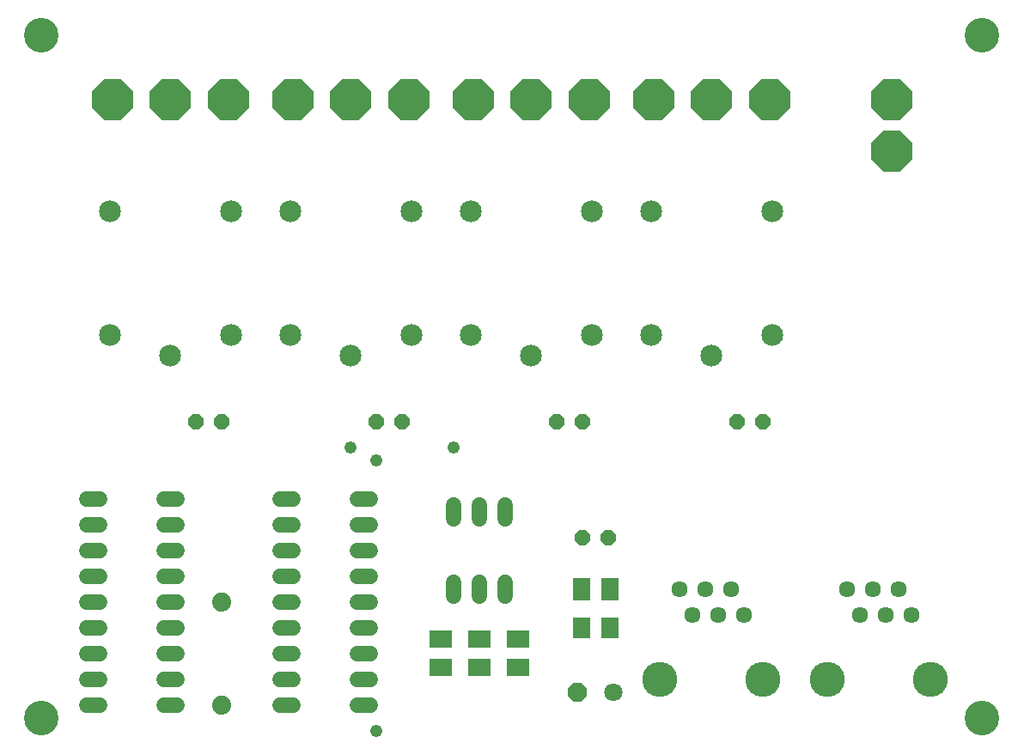
<source format=gbs>
G75*
G70*
%OFA0B0*%
%FSLAX24Y24*%
%IPPOS*%
%LPD*%
%AMOC8*
5,1,8,0,0,1.08239X$1,22.5*
%
%ADD10C,0.1340*%
%ADD11OC8,0.0600*%
%ADD12C,0.0634*%
%ADD13C,0.1360*%
%ADD14C,0.0600*%
%ADD15C,0.0740*%
%ADD16R,0.0710X0.0867*%
%ADD17R,0.0867X0.0710*%
%ADD18R,0.0710X0.0789*%
%ADD19OC8,0.0710*%
%ADD20C,0.0710*%
%ADD21C,0.0848*%
%ADD22OC8,0.1580*%
%ADD23C,0.0480*%
D10*
X003600Y001704D03*
X040100Y001704D03*
X040100Y028204D03*
X003600Y028204D03*
D11*
X009600Y013204D03*
X010600Y013204D03*
X016600Y013204D03*
X017600Y013204D03*
X023600Y013204D03*
X024600Y013204D03*
X024600Y008704D03*
X025600Y008704D03*
X030600Y013204D03*
X031600Y013204D03*
D12*
X030350Y006704D03*
X029350Y006704D03*
X028350Y006704D03*
X028850Y005704D03*
X029850Y005704D03*
X030850Y005704D03*
X034850Y006704D03*
X035850Y006704D03*
X036850Y006704D03*
X036350Y005704D03*
X037350Y005704D03*
X035350Y005704D03*
D13*
X034100Y003204D03*
X031600Y003204D03*
X027600Y003204D03*
X038100Y003204D03*
D14*
X021600Y006444D02*
X021600Y006964D01*
X020600Y006964D02*
X020600Y006444D01*
X019600Y006444D02*
X019600Y006964D01*
X019600Y009444D02*
X019600Y009964D01*
X020600Y009964D02*
X020600Y009444D01*
X021600Y009444D02*
X021600Y009964D01*
X016360Y010204D02*
X015840Y010204D01*
X015840Y009204D02*
X016360Y009204D01*
X016360Y008204D02*
X015840Y008204D01*
X015840Y007204D02*
X016360Y007204D01*
X016360Y006204D02*
X015840Y006204D01*
X015840Y005204D02*
X016360Y005204D01*
X016360Y004204D02*
X015840Y004204D01*
X015840Y003204D02*
X016360Y003204D01*
X016360Y002204D02*
X015840Y002204D01*
X013360Y002204D02*
X012840Y002204D01*
X012840Y003204D02*
X013360Y003204D01*
X013360Y004204D02*
X012840Y004204D01*
X012840Y005204D02*
X013360Y005204D01*
X013360Y006204D02*
X012840Y006204D01*
X012840Y007204D02*
X013360Y007204D01*
X013360Y008204D02*
X012840Y008204D01*
X012840Y009204D02*
X013360Y009204D01*
X013360Y010204D02*
X012840Y010204D01*
X008860Y010204D02*
X008340Y010204D01*
X008340Y009204D02*
X008860Y009204D01*
X008860Y008204D02*
X008340Y008204D01*
X008340Y007204D02*
X008860Y007204D01*
X008860Y006204D02*
X008340Y006204D01*
X008340Y005204D02*
X008860Y005204D01*
X008860Y004204D02*
X008340Y004204D01*
X008340Y003204D02*
X008860Y003204D01*
X008860Y002204D02*
X008340Y002204D01*
X005860Y002204D02*
X005340Y002204D01*
X005340Y003204D02*
X005860Y003204D01*
X005860Y004204D02*
X005340Y004204D01*
X005340Y005204D02*
X005860Y005204D01*
X005860Y006204D02*
X005340Y006204D01*
X005340Y007204D02*
X005860Y007204D01*
X005860Y008204D02*
X005340Y008204D01*
X005340Y009204D02*
X005860Y009204D01*
X005860Y010204D02*
X005340Y010204D01*
D15*
X010600Y006204D03*
X010600Y002204D03*
D16*
X024549Y006704D03*
X025651Y006704D03*
D17*
X022100Y004755D03*
X022100Y003653D03*
X020600Y003653D03*
X020600Y004755D03*
X019100Y004755D03*
X019100Y003653D03*
D18*
X024549Y005204D03*
X025651Y005204D03*
D19*
X024400Y002704D03*
D20*
X025800Y002704D03*
D21*
X022600Y015779D03*
X024962Y016566D03*
X027238Y016566D03*
X029600Y015779D03*
X031962Y016566D03*
X031962Y021369D03*
X027238Y021369D03*
X024962Y021369D03*
X020238Y021369D03*
X017962Y021369D03*
X013238Y021369D03*
X010962Y021369D03*
X006238Y021369D03*
X006238Y016566D03*
X008600Y015779D03*
X010962Y016566D03*
X013238Y016566D03*
X015600Y015779D03*
X017962Y016566D03*
X020238Y016566D03*
D22*
X020350Y025704D03*
X022600Y025704D03*
X024850Y025704D03*
X027350Y025704D03*
X029600Y025704D03*
X031850Y025704D03*
X036600Y025704D03*
X036600Y023704D03*
X017850Y025704D03*
X015600Y025704D03*
X013350Y025704D03*
X010850Y025704D03*
X008600Y025704D03*
X006350Y025704D03*
D23*
X015600Y012204D03*
X016600Y011704D03*
X019600Y012204D03*
X016600Y001204D03*
M02*

</source>
